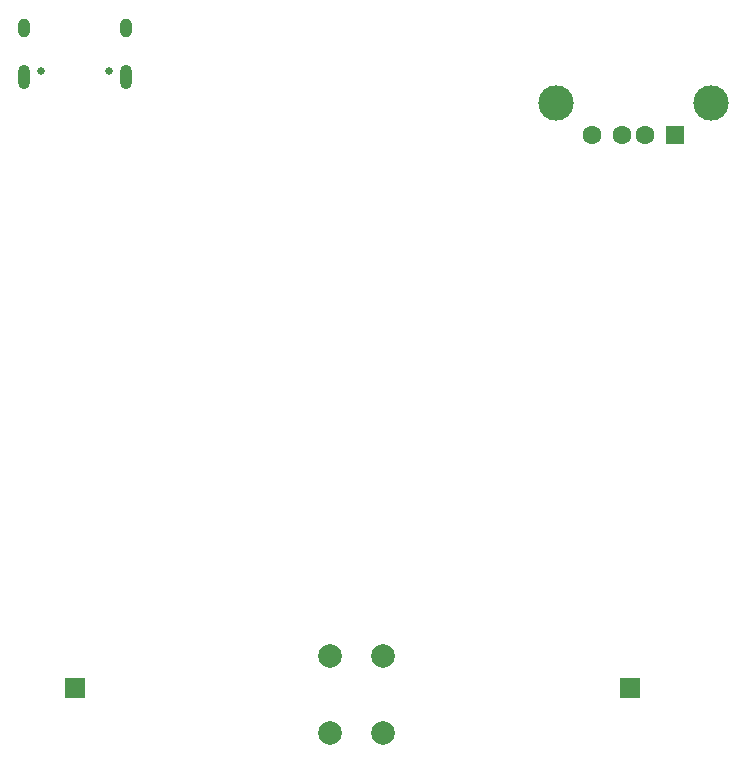
<source format=gbr>
%TF.GenerationSoftware,KiCad,Pcbnew,5.1.9*%
%TF.CreationDate,2021-06-15T13:05:46+08:00*%
%TF.ProjectId,Power-TEST,506f7765-722d-4544-9553-542e6b696361,rev?*%
%TF.SameCoordinates,Original*%
%TF.FileFunction,Soldermask,Bot*%
%TF.FilePolarity,Negative*%
%FSLAX46Y46*%
G04 Gerber Fmt 4.6, Leading zero omitted, Abs format (unit mm)*
G04 Created by KiCad (PCBNEW 5.1.9) date 2021-06-15 13:05:46*
%MOMM*%
%LPD*%
G01*
G04 APERTURE LIST*
%ADD10R,1.700000X1.700000*%
%ADD11O,1.000000X1.600000*%
%ADD12C,0.650000*%
%ADD13O,1.000000X2.100000*%
%ADD14C,3.000000*%
%ADD15R,1.600000X1.600000*%
%ADD16C,1.600000*%
%ADD17C,2.000000*%
G04 APERTURE END LIST*
D10*
%TO.C,J3*%
X52070000Y-110490000D03*
%TD*%
%TO.C,J2*%
X99060000Y-110490000D03*
%TD*%
D11*
%TO.C,J1*%
X47750000Y-54595000D03*
D12*
X49180000Y-58245000D03*
D11*
X56390000Y-54595000D03*
D12*
X54960000Y-58245000D03*
D13*
X56390000Y-58775000D03*
X47750000Y-58775000D03*
%TD*%
D14*
%TO.C,J4*%
X92800000Y-60960000D03*
X105940000Y-60960000D03*
D15*
X102870000Y-63670000D03*
D16*
X100370000Y-63670000D03*
X98370000Y-63670000D03*
X95870000Y-63670000D03*
%TD*%
D17*
%TO.C,SW1*%
X78160000Y-114300000D03*
X73660000Y-114300000D03*
X78160000Y-107800000D03*
X73660000Y-107800000D03*
%TD*%
M02*

</source>
